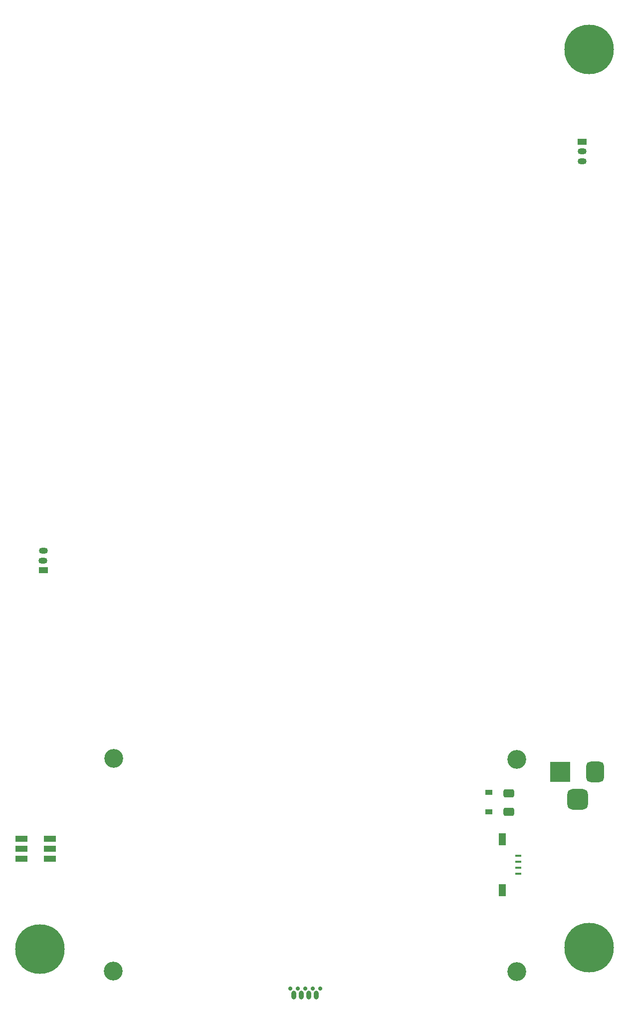
<source format=gbr>
%TF.GenerationSoftware,KiCad,Pcbnew,(6.0.0)*%
%TF.CreationDate,2022-06-08T16:09:46+02:00*%
%TF.ProjectId,HotPlate,486f7450-6c61-4746-952e-6b696361645f,1.0*%
%TF.SameCoordinates,Original*%
%TF.FileFunction,Soldermask,Top*%
%TF.FilePolarity,Negative*%
%FSLAX46Y46*%
G04 Gerber Fmt 4.6, Leading zero omitted, Abs format (unit mm)*
G04 Created by KiCad (PCBNEW (6.0.0)) date 2022-06-08 16:09:46*
%MOMM*%
%LPD*%
G01*
G04 APERTURE LIST*
G04 Aperture macros list*
%AMRoundRect*
0 Rectangle with rounded corners*
0 $1 Rounding radius*
0 $2 $3 $4 $5 $6 $7 $8 $9 X,Y pos of 4 corners*
0 Add a 4 corners polygon primitive as box body*
4,1,4,$2,$3,$4,$5,$6,$7,$8,$9,$2,$3,0*
0 Add four circle primitives for the rounded corners*
1,1,$1+$1,$2,$3*
1,1,$1+$1,$4,$5*
1,1,$1+$1,$6,$7*
1,1,$1+$1,$8,$9*
0 Add four rect primitives between the rounded corners*
20,1,$1+$1,$2,$3,$4,$5,0*
20,1,$1+$1,$4,$5,$6,$7,0*
20,1,$1+$1,$6,$7,$8,$9,0*
20,1,$1+$1,$8,$9,$2,$3,0*%
G04 Aperture macros list end*
%ADD10R,1.524000X1.016000*%
%ADD11O,1.524000X1.016000*%
%ADD12C,8.400000*%
%ADD13R,2.000000X1.100000*%
%ADD14C,3.200000*%
%ADD15RoundRect,0.250000X0.650000X-0.412500X0.650000X0.412500X-0.650000X0.412500X-0.650000X-0.412500X0*%
%ADD16R,1.000000X0.400000*%
%ADD17R,1.300000X2.000000*%
%ADD18R,1.200000X0.900000*%
%ADD19R,3.500000X3.500000*%
%ADD20RoundRect,0.750000X0.750000X1.000000X-0.750000X1.000000X-0.750000X-1.000000X0.750000X-1.000000X0*%
%ADD21RoundRect,0.875000X0.875000X0.875000X-0.875000X0.875000X-0.875000X-0.875000X0.875000X-0.875000X0*%
%ADD22C,0.700000*%
%ADD23O,0.800000X1.500000*%
G04 APERTURE END LIST*
D10*
%TO.C,LMT1*%
X10605000Y-98060000D03*
D11*
X10575000Y-96450000D03*
X10635000Y-94730000D03*
%TD*%
D12*
%TO.C,H8*%
X103284648Y-162120000D03*
%TD*%
D13*
%TO.C,RGBLED1*%
X11702500Y-147030000D03*
X11702500Y-145330000D03*
X11702500Y-143630000D03*
X6902500Y-143630000D03*
X6902500Y-145330000D03*
X6902500Y-147030000D03*
%TD*%
D14*
%TO.C,H1*%
X22464648Y-166030000D03*
%TD*%
D10*
%TO.C,LMT2*%
X102079125Y-25400000D03*
D11*
X102109125Y-27010000D03*
X102049125Y-28730000D03*
%TD*%
D12*
%TO.C,H5*%
X10014648Y-162340000D03*
%TD*%
D15*
%TO.C,PC3*%
X89660000Y-139082500D03*
X89660000Y-135957500D03*
%TD*%
D12*
%TO.C,H6*%
X103260000Y-9740000D03*
%TD*%
D14*
%TO.C,H3*%
X22574648Y-130010000D03*
%TD*%
%TO.C,H4*%
X90984648Y-130140000D03*
%TD*%
D16*
%TO.C,J11*%
X91240000Y-146510000D03*
X91240000Y-147510000D03*
X91240000Y-148510000D03*
X91240000Y-149510000D03*
D17*
X88540000Y-152310000D03*
X88540000Y-143710000D03*
%TD*%
D14*
%TO.C,H2*%
X90954648Y-166150000D03*
%TD*%
D18*
%TO.C,HD1*%
X86250000Y-139090000D03*
X86250000Y-135790000D03*
%TD*%
D19*
%TO.C,J1*%
X98320000Y-132252500D03*
D20*
X104320000Y-132252500D03*
D21*
X101320000Y-136952500D03*
%TD*%
D22*
%TO.C,J2*%
X55070000Y-168994500D03*
X52530000Y-168994500D03*
X56340000Y-168994500D03*
X57610000Y-168994500D03*
X53800000Y-168994500D03*
D23*
X56975000Y-170149500D03*
X55705000Y-170149500D03*
X54435000Y-170149500D03*
X53165000Y-170149500D03*
%TD*%
M02*

</source>
